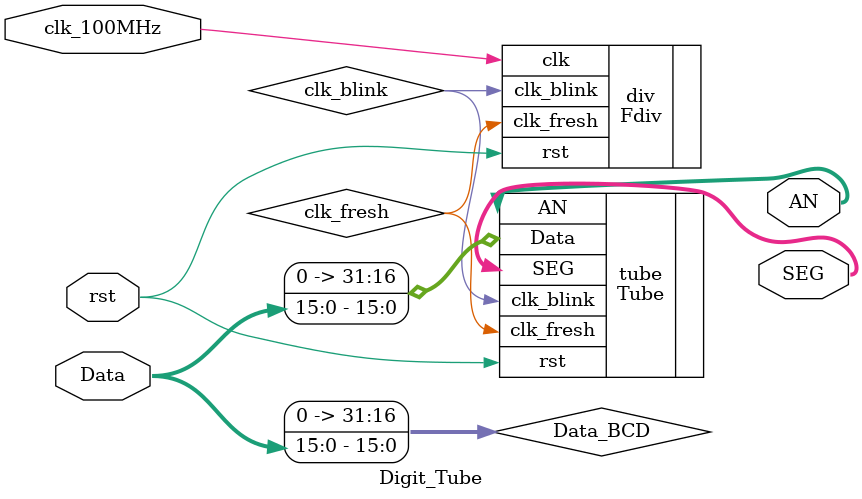
<source format=v>
`timescale 1ns / 1ps


module Digit_Tube(
        input rst,
        input clk_100MHz,
        input [15:0] Data,
        output [7:0] AN,
        output [7:0] SEG
    );

    wire clk_fresh;
    wire clk_blink;
    wire [31:0] Data_BCD;
    assign Data_BCD = {16'b0, Data};

    Fdiv div(
        .clk(clk_100MHz),
        .rst(rst),
        .clk_fresh(clk_fresh),
        .clk_blink(clk_blink)
    );
  

    Tube tube(
        .rst(rst),
        .clk_fresh(clk_fresh),
        .clk_blink(clk_blink),
        .Data(Data_BCD),
        .AN(AN),
        .SEG(SEG)
    );



endmodule
</source>
